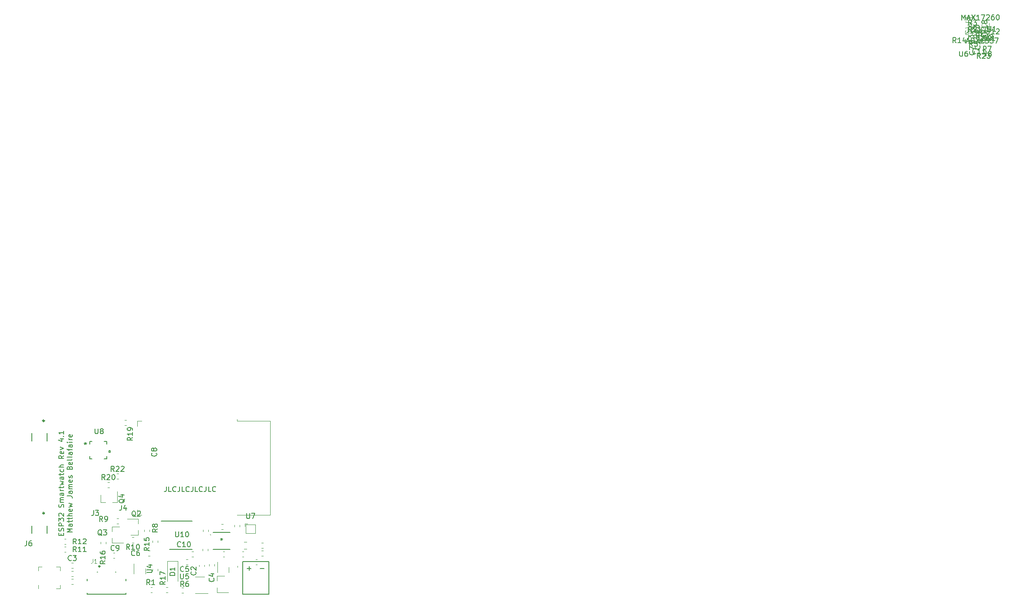
<source format=gbr>
G04 #@! TF.GenerationSoftware,KiCad,Pcbnew,(5.1.5)-3*
G04 #@! TF.CreationDate,2020-06-04T21:55:03-04:00*
G04 #@! TF.ProjectId,SmartWatch V4,536d6172-7457-4617-9463-682056342e6b,rev?*
G04 #@! TF.SameCoordinates,Original*
G04 #@! TF.FileFunction,Legend,Top*
G04 #@! TF.FilePolarity,Positive*
%FSLAX46Y46*%
G04 Gerber Fmt 4.6, Leading zero omitted, Abs format (unit mm)*
G04 Created by KiCad (PCBNEW (5.1.5)-3) date 2020-06-04 21:55:03*
%MOMM*%
%LPD*%
G04 APERTURE LIST*
%ADD10C,0.150000*%
%ADD11C,0.120000*%
%ADD12C,0.152400*%
%ADD13C,0.100000*%
%ADD14C,0.127000*%
%ADD15C,0.300000*%
%ADD16C,0.015000*%
G04 APERTURE END LIST*
D10*
X129126171Y-85531647D02*
X129126171Y-85198314D01*
X129649980Y-85055457D02*
X129649980Y-85531647D01*
X128649980Y-85531647D01*
X128649980Y-85055457D01*
X129602361Y-84674504D02*
X129649980Y-84531647D01*
X129649980Y-84293552D01*
X129602361Y-84198314D01*
X129554742Y-84150695D01*
X129459504Y-84103076D01*
X129364266Y-84103076D01*
X129269028Y-84150695D01*
X129221409Y-84198314D01*
X129173790Y-84293552D01*
X129126171Y-84484028D01*
X129078552Y-84579266D01*
X129030933Y-84626885D01*
X128935695Y-84674504D01*
X128840457Y-84674504D01*
X128745219Y-84626885D01*
X128697600Y-84579266D01*
X128649980Y-84484028D01*
X128649980Y-84245933D01*
X128697600Y-84103076D01*
X129649980Y-83674504D02*
X128649980Y-83674504D01*
X128649980Y-83293552D01*
X128697600Y-83198314D01*
X128745219Y-83150695D01*
X128840457Y-83103076D01*
X128983314Y-83103076D01*
X129078552Y-83150695D01*
X129126171Y-83198314D01*
X129173790Y-83293552D01*
X129173790Y-83674504D01*
X128649980Y-82769742D02*
X128649980Y-82150695D01*
X129030933Y-82484028D01*
X129030933Y-82341171D01*
X129078552Y-82245933D01*
X129126171Y-82198314D01*
X129221409Y-82150695D01*
X129459504Y-82150695D01*
X129554742Y-82198314D01*
X129602361Y-82245933D01*
X129649980Y-82341171D01*
X129649980Y-82626885D01*
X129602361Y-82722123D01*
X129554742Y-82769742D01*
X128745219Y-81769742D02*
X128697600Y-81722123D01*
X128649980Y-81626885D01*
X128649980Y-81388790D01*
X128697600Y-81293552D01*
X128745219Y-81245933D01*
X128840457Y-81198314D01*
X128935695Y-81198314D01*
X129078552Y-81245933D01*
X129649980Y-81817361D01*
X129649980Y-81198314D01*
X129602361Y-80055457D02*
X129649980Y-79912600D01*
X129649980Y-79674504D01*
X129602361Y-79579266D01*
X129554742Y-79531647D01*
X129459504Y-79484028D01*
X129364266Y-79484028D01*
X129269028Y-79531647D01*
X129221409Y-79579266D01*
X129173790Y-79674504D01*
X129126171Y-79864980D01*
X129078552Y-79960219D01*
X129030933Y-80007838D01*
X128935695Y-80055457D01*
X128840457Y-80055457D01*
X128745219Y-80007838D01*
X128697600Y-79960219D01*
X128649980Y-79864980D01*
X128649980Y-79626885D01*
X128697600Y-79484028D01*
X129649980Y-79055457D02*
X128983314Y-79055457D01*
X129078552Y-79055457D02*
X129030933Y-79007838D01*
X128983314Y-78912600D01*
X128983314Y-78769742D01*
X129030933Y-78674504D01*
X129126171Y-78626885D01*
X129649980Y-78626885D01*
X129126171Y-78626885D02*
X129030933Y-78579266D01*
X128983314Y-78484028D01*
X128983314Y-78341171D01*
X129030933Y-78245933D01*
X129126171Y-78198314D01*
X129649980Y-78198314D01*
X129649980Y-77293552D02*
X129126171Y-77293552D01*
X129030933Y-77341171D01*
X128983314Y-77436409D01*
X128983314Y-77626885D01*
X129030933Y-77722123D01*
X129602361Y-77293552D02*
X129649980Y-77388790D01*
X129649980Y-77626885D01*
X129602361Y-77722123D01*
X129507123Y-77769742D01*
X129411885Y-77769742D01*
X129316647Y-77722123D01*
X129269028Y-77626885D01*
X129269028Y-77388790D01*
X129221409Y-77293552D01*
X129649980Y-76817361D02*
X128983314Y-76817361D01*
X129173790Y-76817361D02*
X129078552Y-76769742D01*
X129030933Y-76722123D01*
X128983314Y-76626885D01*
X128983314Y-76531647D01*
X128983314Y-76341171D02*
X128983314Y-75960219D01*
X128649980Y-76198314D02*
X129507123Y-76198314D01*
X129602361Y-76150695D01*
X129649980Y-76055457D01*
X129649980Y-75960219D01*
X128983314Y-75722123D02*
X129649980Y-75531647D01*
X129173790Y-75341171D01*
X129649980Y-75150695D01*
X128983314Y-74960219D01*
X129649980Y-74150695D02*
X129126171Y-74150695D01*
X129030933Y-74198314D01*
X128983314Y-74293552D01*
X128983314Y-74484028D01*
X129030933Y-74579266D01*
X129602361Y-74150695D02*
X129649980Y-74245933D01*
X129649980Y-74484028D01*
X129602361Y-74579266D01*
X129507123Y-74626885D01*
X129411885Y-74626885D01*
X129316647Y-74579266D01*
X129269028Y-74484028D01*
X129269028Y-74245933D01*
X129221409Y-74150695D01*
X128983314Y-73817361D02*
X128983314Y-73436409D01*
X128649980Y-73674504D02*
X129507123Y-73674504D01*
X129602361Y-73626885D01*
X129649980Y-73531647D01*
X129649980Y-73436409D01*
X129602361Y-72674504D02*
X129649980Y-72769742D01*
X129649980Y-72960219D01*
X129602361Y-73055457D01*
X129554742Y-73103076D01*
X129459504Y-73150695D01*
X129173790Y-73150695D01*
X129078552Y-73103076D01*
X129030933Y-73055457D01*
X128983314Y-72960219D01*
X128983314Y-72769742D01*
X129030933Y-72674504D01*
X129649980Y-72245933D02*
X128649980Y-72245933D01*
X129649980Y-71817361D02*
X129126171Y-71817361D01*
X129030933Y-71864980D01*
X128983314Y-71960219D01*
X128983314Y-72103076D01*
X129030933Y-72198314D01*
X129078552Y-72245933D01*
X129649980Y-70007838D02*
X129173790Y-70341171D01*
X129649980Y-70579266D02*
X128649980Y-70579266D01*
X128649980Y-70198314D01*
X128697600Y-70103076D01*
X128745219Y-70055457D01*
X128840457Y-70007838D01*
X128983314Y-70007838D01*
X129078552Y-70055457D01*
X129126171Y-70103076D01*
X129173790Y-70198314D01*
X129173790Y-70579266D01*
X129602361Y-69198314D02*
X129649980Y-69293552D01*
X129649980Y-69484028D01*
X129602361Y-69579266D01*
X129507123Y-69626885D01*
X129126171Y-69626885D01*
X129030933Y-69579266D01*
X128983314Y-69484028D01*
X128983314Y-69293552D01*
X129030933Y-69198314D01*
X129126171Y-69150695D01*
X129221409Y-69150695D01*
X129316647Y-69626885D01*
X128983314Y-68817361D02*
X129649980Y-68579266D01*
X128983314Y-68341171D01*
X128983314Y-66769742D02*
X129649980Y-66769742D01*
X128602361Y-67007838D02*
X129316647Y-67245933D01*
X129316647Y-66626885D01*
X129554742Y-66245933D02*
X129602361Y-66198314D01*
X129649980Y-66245933D01*
X129602361Y-66293552D01*
X129554742Y-66245933D01*
X129649980Y-66245933D01*
X129649980Y-65245933D02*
X129649980Y-65817361D01*
X129649980Y-65531647D02*
X128649980Y-65531647D01*
X128792838Y-65626885D01*
X128888076Y-65722123D01*
X128935695Y-65817361D01*
X131299980Y-84888790D02*
X130299980Y-84888790D01*
X131014266Y-84555457D01*
X130299980Y-84222123D01*
X131299980Y-84222123D01*
X131299980Y-83317361D02*
X130776171Y-83317361D01*
X130680933Y-83364980D01*
X130633314Y-83460219D01*
X130633314Y-83650695D01*
X130680933Y-83745933D01*
X131252361Y-83317361D02*
X131299980Y-83412600D01*
X131299980Y-83650695D01*
X131252361Y-83745933D01*
X131157123Y-83793552D01*
X131061885Y-83793552D01*
X130966647Y-83745933D01*
X130919028Y-83650695D01*
X130919028Y-83412600D01*
X130871409Y-83317361D01*
X130633314Y-82984028D02*
X130633314Y-82603076D01*
X130299980Y-82841171D02*
X131157123Y-82841171D01*
X131252361Y-82793552D01*
X131299980Y-82698314D01*
X131299980Y-82603076D01*
X130633314Y-82412600D02*
X130633314Y-82031647D01*
X130299980Y-82269742D02*
X131157123Y-82269742D01*
X131252361Y-82222123D01*
X131299980Y-82126885D01*
X131299980Y-82031647D01*
X131299980Y-81698314D02*
X130299980Y-81698314D01*
X131299980Y-81269742D02*
X130776171Y-81269742D01*
X130680933Y-81317361D01*
X130633314Y-81412600D01*
X130633314Y-81555457D01*
X130680933Y-81650695D01*
X130728552Y-81698314D01*
X131252361Y-80412600D02*
X131299980Y-80507838D01*
X131299980Y-80698314D01*
X131252361Y-80793552D01*
X131157123Y-80841171D01*
X130776171Y-80841171D01*
X130680933Y-80793552D01*
X130633314Y-80698314D01*
X130633314Y-80507838D01*
X130680933Y-80412600D01*
X130776171Y-80364980D01*
X130871409Y-80364980D01*
X130966647Y-80841171D01*
X130633314Y-80031647D02*
X131299980Y-79841171D01*
X130823790Y-79650695D01*
X131299980Y-79460219D01*
X130633314Y-79269742D01*
X130299980Y-77841171D02*
X131014266Y-77841171D01*
X131157123Y-77888790D01*
X131252361Y-77984028D01*
X131299980Y-78126885D01*
X131299980Y-78222123D01*
X131299980Y-76936409D02*
X130776171Y-76936409D01*
X130680933Y-76984028D01*
X130633314Y-77079266D01*
X130633314Y-77269742D01*
X130680933Y-77364980D01*
X131252361Y-76936409D02*
X131299980Y-77031647D01*
X131299980Y-77269742D01*
X131252361Y-77364980D01*
X131157123Y-77412600D01*
X131061885Y-77412600D01*
X130966647Y-77364980D01*
X130919028Y-77269742D01*
X130919028Y-77031647D01*
X130871409Y-76936409D01*
X131299980Y-76460219D02*
X130633314Y-76460219D01*
X130728552Y-76460219D02*
X130680933Y-76412600D01*
X130633314Y-76317361D01*
X130633314Y-76174504D01*
X130680933Y-76079266D01*
X130776171Y-76031647D01*
X131299980Y-76031647D01*
X130776171Y-76031647D02*
X130680933Y-75984028D01*
X130633314Y-75888790D01*
X130633314Y-75745933D01*
X130680933Y-75650695D01*
X130776171Y-75603076D01*
X131299980Y-75603076D01*
X131252361Y-74745933D02*
X131299980Y-74841171D01*
X131299980Y-75031647D01*
X131252361Y-75126885D01*
X131157123Y-75174504D01*
X130776171Y-75174504D01*
X130680933Y-75126885D01*
X130633314Y-75031647D01*
X130633314Y-74841171D01*
X130680933Y-74745933D01*
X130776171Y-74698314D01*
X130871409Y-74698314D01*
X130966647Y-75174504D01*
X131252361Y-74317361D02*
X131299980Y-74222123D01*
X131299980Y-74031647D01*
X131252361Y-73936409D01*
X131157123Y-73888790D01*
X131109504Y-73888790D01*
X131014266Y-73936409D01*
X130966647Y-74031647D01*
X130966647Y-74174504D01*
X130919028Y-74269742D01*
X130823790Y-74317361D01*
X130776171Y-74317361D01*
X130680933Y-74269742D01*
X130633314Y-74174504D01*
X130633314Y-74031647D01*
X130680933Y-73936409D01*
X130776171Y-72364980D02*
X130823790Y-72222123D01*
X130871409Y-72174504D01*
X130966647Y-72126885D01*
X131109504Y-72126885D01*
X131204742Y-72174504D01*
X131252361Y-72222123D01*
X131299980Y-72317361D01*
X131299980Y-72698314D01*
X130299980Y-72698314D01*
X130299980Y-72364980D01*
X130347600Y-72269742D01*
X130395219Y-72222123D01*
X130490457Y-72174504D01*
X130585695Y-72174504D01*
X130680933Y-72222123D01*
X130728552Y-72269742D01*
X130776171Y-72364980D01*
X130776171Y-72698314D01*
X131252361Y-71317361D02*
X131299980Y-71412600D01*
X131299980Y-71603076D01*
X131252361Y-71698314D01*
X131157123Y-71745933D01*
X130776171Y-71745933D01*
X130680933Y-71698314D01*
X130633314Y-71603076D01*
X130633314Y-71412600D01*
X130680933Y-71317361D01*
X130776171Y-71269742D01*
X130871409Y-71269742D01*
X130966647Y-71745933D01*
X131299980Y-70698314D02*
X131252361Y-70793552D01*
X131157123Y-70841171D01*
X130299980Y-70841171D01*
X131299980Y-70174504D02*
X131252361Y-70269742D01*
X131157123Y-70317361D01*
X130299980Y-70317361D01*
X131299980Y-69364980D02*
X130776171Y-69364980D01*
X130680933Y-69412600D01*
X130633314Y-69507838D01*
X130633314Y-69698314D01*
X130680933Y-69793552D01*
X131252361Y-69364980D02*
X131299980Y-69460219D01*
X131299980Y-69698314D01*
X131252361Y-69793552D01*
X131157123Y-69841171D01*
X131061885Y-69841171D01*
X130966647Y-69793552D01*
X130919028Y-69698314D01*
X130919028Y-69460219D01*
X130871409Y-69364980D01*
X130633314Y-69031647D02*
X130633314Y-68650695D01*
X131299980Y-68888790D02*
X130442838Y-68888790D01*
X130347600Y-68841171D01*
X130299980Y-68745933D01*
X130299980Y-68650695D01*
X131299980Y-67888790D02*
X130776171Y-67888790D01*
X130680933Y-67936409D01*
X130633314Y-68031647D01*
X130633314Y-68222123D01*
X130680933Y-68317361D01*
X131252361Y-67888790D02*
X131299980Y-67984028D01*
X131299980Y-68222123D01*
X131252361Y-68317361D01*
X131157123Y-68364980D01*
X131061885Y-68364980D01*
X130966647Y-68317361D01*
X130919028Y-68222123D01*
X130919028Y-67984028D01*
X130871409Y-67888790D01*
X131299980Y-67412600D02*
X130633314Y-67412600D01*
X130299980Y-67412600D02*
X130347600Y-67460219D01*
X130395219Y-67412600D01*
X130347600Y-67364980D01*
X130299980Y-67412600D01*
X130395219Y-67412600D01*
X131299980Y-66936409D02*
X130633314Y-66936409D01*
X130823790Y-66936409D02*
X130728552Y-66888790D01*
X130680933Y-66841171D01*
X130633314Y-66745933D01*
X130633314Y-66650695D01*
X131252361Y-65936409D02*
X131299980Y-66031647D01*
X131299980Y-66222123D01*
X131252361Y-66317361D01*
X131157123Y-66364980D01*
X130776171Y-66364980D01*
X130680933Y-66317361D01*
X130633314Y-66222123D01*
X130633314Y-66031647D01*
X130680933Y-65936409D01*
X130776171Y-65888790D01*
X130871409Y-65888790D01*
X130966647Y-66364980D01*
X149584352Y-76007980D02*
X149584352Y-76722266D01*
X149536733Y-76865123D01*
X149441495Y-76960361D01*
X149298638Y-77007980D01*
X149203400Y-77007980D01*
X150536733Y-77007980D02*
X150060542Y-77007980D01*
X150060542Y-76007980D01*
X151441495Y-76912742D02*
X151393876Y-76960361D01*
X151251019Y-77007980D01*
X151155780Y-77007980D01*
X151012923Y-76960361D01*
X150917685Y-76865123D01*
X150870066Y-76769885D01*
X150822447Y-76579409D01*
X150822447Y-76436552D01*
X150870066Y-76246076D01*
X150917685Y-76150838D01*
X151012923Y-76055600D01*
X151155780Y-76007980D01*
X151251019Y-76007980D01*
X151393876Y-76055600D01*
X151441495Y-76103219D01*
X152155780Y-76007980D02*
X152155780Y-76722266D01*
X152108161Y-76865123D01*
X152012923Y-76960361D01*
X151870066Y-77007980D01*
X151774828Y-77007980D01*
X153108161Y-77007980D02*
X152631971Y-77007980D01*
X152631971Y-76007980D01*
X154012923Y-76912742D02*
X153965304Y-76960361D01*
X153822447Y-77007980D01*
X153727209Y-77007980D01*
X153584352Y-76960361D01*
X153489114Y-76865123D01*
X153441495Y-76769885D01*
X153393876Y-76579409D01*
X153393876Y-76436552D01*
X153441495Y-76246076D01*
X153489114Y-76150838D01*
X153584352Y-76055600D01*
X153727209Y-76007980D01*
X153822447Y-76007980D01*
X153965304Y-76055600D01*
X154012923Y-76103219D01*
X154727209Y-76007980D02*
X154727209Y-76722266D01*
X154679590Y-76865123D01*
X154584352Y-76960361D01*
X154441495Y-77007980D01*
X154346257Y-77007980D01*
X155679590Y-77007980D02*
X155203400Y-77007980D01*
X155203400Y-76007980D01*
X156584352Y-76912742D02*
X156536733Y-76960361D01*
X156393876Y-77007980D01*
X156298638Y-77007980D01*
X156155780Y-76960361D01*
X156060542Y-76865123D01*
X156012923Y-76769885D01*
X155965304Y-76579409D01*
X155965304Y-76436552D01*
X156012923Y-76246076D01*
X156060542Y-76150838D01*
X156155780Y-76055600D01*
X156298638Y-76007980D01*
X156393876Y-76007980D01*
X156536733Y-76055600D01*
X156584352Y-76103219D01*
X157298638Y-76007980D02*
X157298638Y-76722266D01*
X157251019Y-76865123D01*
X157155780Y-76960361D01*
X157012923Y-77007980D01*
X156917685Y-77007980D01*
X158251019Y-77007980D02*
X157774828Y-77007980D01*
X157774828Y-76007980D01*
X159155780Y-76912742D02*
X159108161Y-76960361D01*
X158965304Y-77007980D01*
X158870066Y-77007980D01*
X158727209Y-76960361D01*
X158631971Y-76865123D01*
X158584352Y-76769885D01*
X158536733Y-76579409D01*
X158536733Y-76436552D01*
X158584352Y-76246076D01*
X158631971Y-76150838D01*
X158727209Y-76055600D01*
X158870066Y-76007980D01*
X158965304Y-76007980D01*
X159108161Y-76055600D01*
X159155780Y-76103219D01*
D11*
X139937221Y-74560000D02*
X140262779Y-74560000D01*
X139937221Y-73540000D02*
X140262779Y-73540000D01*
D12*
X138458200Y-69009499D02*
X138712200Y-69009499D01*
X138458200Y-69390500D02*
X138458200Y-69009499D01*
X138712200Y-69390500D02*
X138458200Y-69390500D01*
X138712200Y-69009499D02*
X138712200Y-69390500D01*
X135165659Y-67273600D02*
X134673600Y-67273600D01*
X138026400Y-67765659D02*
X138026400Y-67273600D01*
X137534341Y-70626400D02*
X138026400Y-70626400D01*
X134673600Y-70134341D02*
X134673600Y-70626400D01*
X134673600Y-67273600D02*
X134673600Y-67765659D01*
X138026400Y-67273600D02*
X137534341Y-67273600D01*
X138026400Y-70626400D02*
X138026400Y-70134341D01*
X134673600Y-70626400D02*
X135165659Y-70626400D01*
D13*
X164810000Y-83240000D02*
X164810000Y-83740000D01*
X166910000Y-83440000D02*
X166910000Y-85140000D01*
X165010000Y-85140000D02*
X166910000Y-85140000D01*
X165010000Y-83440000D02*
X166910000Y-83440000D01*
X165010000Y-83440000D02*
X165010000Y-85140000D01*
X164810000Y-83240000D02*
X165310000Y-83240000D01*
D12*
X158201042Y-85430749D02*
G75*
G03X158144200Y-85303800I-56842J50749D01*
G01*
X161976400Y-84903600D02*
X158623600Y-84903600D01*
X158623600Y-88256400D02*
X161976400Y-88256400D01*
D11*
X143290000Y-91000000D02*
X143290000Y-93000000D01*
X145510000Y-92000000D02*
X145510000Y-93000000D01*
X138149721Y-76180000D02*
X138475279Y-76180000D01*
X138149721Y-75160000D02*
X138475279Y-75160000D01*
X136840000Y-79120000D02*
X136840000Y-77660000D01*
X140000000Y-79120000D02*
X140000000Y-76960000D01*
X140000000Y-79120000D02*
X139070000Y-79120000D01*
X136840000Y-79120000D02*
X137770000Y-79120000D01*
X165183078Y-86767600D02*
X164665922Y-86767600D01*
X165183078Y-88187600D02*
X164665922Y-88187600D01*
X164302121Y-89689400D02*
X164627679Y-89689400D01*
X164302121Y-88669400D02*
X164627679Y-88669400D01*
X131455279Y-92454000D02*
X131129721Y-92454000D01*
X131455279Y-93474000D02*
X131129721Y-93474000D01*
X131455279Y-93978000D02*
X131129721Y-93978000D01*
X131455279Y-94998000D02*
X131129721Y-94998000D01*
X124686800Y-95161800D02*
X124686800Y-95886800D01*
X128906800Y-91666800D02*
X128181800Y-91666800D01*
X128906800Y-92391800D02*
X128906800Y-91666800D01*
X128906800Y-95886800D02*
X128181800Y-95886800D01*
X128906800Y-95161800D02*
X128906800Y-95886800D01*
X124686800Y-91666800D02*
X125411800Y-91666800D01*
X124686800Y-92391800D02*
X124686800Y-91666800D01*
D10*
X148625000Y-82750000D02*
X154600000Y-82750000D01*
X150200000Y-88275000D02*
X154600000Y-88275000D01*
D11*
X163295000Y-63280000D02*
X163295000Y-62900000D01*
X169715000Y-63280000D02*
X163295000Y-63280000D01*
X169715000Y-81520000D02*
X163295000Y-81520000D01*
X169715000Y-63280000D02*
X169715000Y-81520000D01*
X143970000Y-81520000D02*
X143970000Y-80520000D01*
X144750000Y-81520000D02*
X143970000Y-81520000D01*
X143970000Y-63280000D02*
X143970000Y-64280000D01*
X144750000Y-63280000D02*
X143970000Y-63280000D01*
X155200000Y-96760000D02*
X157650000Y-96760000D01*
X157000000Y-93540000D02*
X155200000Y-93540000D01*
X161710000Y-91700000D02*
X161710000Y-92700000D01*
X159490000Y-90700000D02*
X159490000Y-92700000D01*
D14*
X126375000Y-83666000D02*
X126375000Y-85134000D01*
X123475000Y-85134000D02*
X123475000Y-83666000D01*
D15*
X125866419Y-81200000D02*
G75*
G03X125866419Y-81200000I-141419J0D01*
G01*
D14*
X126375000Y-65666000D02*
X126375000Y-67134000D01*
X123475000Y-67134000D02*
X123475000Y-65666000D01*
D15*
X125866419Y-63200000D02*
G75*
G03X125866419Y-63200000I-141419J0D01*
G01*
D11*
X157660000Y-88462779D02*
X157660000Y-88137221D01*
X156640000Y-88462779D02*
X156640000Y-88137221D01*
X141775279Y-63090000D02*
X141449721Y-63090000D01*
X141775279Y-64110000D02*
X141449721Y-64110000D01*
X162812000Y-83530121D02*
X162812000Y-83855679D01*
X163832000Y-83530121D02*
X163832000Y-83855679D01*
X149549721Y-96610000D02*
X149875279Y-96610000D01*
X149549721Y-95590000D02*
X149875279Y-95590000D01*
X137810000Y-87150279D02*
X137810000Y-86824721D01*
X136790000Y-87150279D02*
X136790000Y-86824721D01*
X146310000Y-84750279D02*
X146310000Y-84424721D01*
X145290000Y-84750279D02*
X145290000Y-84424721D01*
X160263521Y-84380800D02*
X160589079Y-84380800D01*
X160263521Y-83360800D02*
X160589079Y-83360800D01*
X156716000Y-84424721D02*
X156716000Y-84750279D01*
X157736000Y-84424721D02*
X157736000Y-84750279D01*
X130083879Y-86205600D02*
X129758321Y-86205600D01*
X130083879Y-87225600D02*
X129758321Y-87225600D01*
X130083879Y-87729600D02*
X129758321Y-87729600D01*
X130083879Y-88749600D02*
X129758321Y-88749600D01*
X142889921Y-86930960D02*
X143215479Y-86930960D01*
X142889921Y-85910960D02*
X143215479Y-85910960D01*
X140312779Y-82190000D02*
X139987221Y-82190000D01*
X140312779Y-83210000D02*
X139987221Y-83210000D01*
X146890000Y-86537221D02*
X146890000Y-86862779D01*
X147910000Y-86537221D02*
X147910000Y-86862779D01*
X160899479Y-88690000D02*
X160573921Y-88690000D01*
X160899479Y-89710000D02*
X160573921Y-89710000D01*
X152872559Y-95720440D02*
X152547001Y-95720440D01*
X152872559Y-96740440D02*
X152547001Y-96740440D01*
X168412279Y-88517000D02*
X168086721Y-88517000D01*
X168412279Y-89537000D02*
X168086721Y-89537000D01*
X168086721Y-88013000D02*
X168412279Y-88013000D01*
X168086721Y-86993000D02*
X168412279Y-86993000D01*
X146850279Y-95590000D02*
X146524721Y-95590000D01*
X146850279Y-96610000D02*
X146524721Y-96610000D01*
X139040000Y-83830000D02*
X140500000Y-83830000D01*
X139040000Y-86990000D02*
X141200000Y-86990000D01*
X139040000Y-86990000D02*
X139040000Y-86060000D01*
X139040000Y-83830000D02*
X139040000Y-84760000D01*
X144121920Y-85481320D02*
X142661920Y-85481320D01*
X144121920Y-82321320D02*
X141961920Y-82321320D01*
X144121920Y-82321320D02*
X144121920Y-83251320D01*
X144121920Y-85481320D02*
X144121920Y-84551320D01*
X159440000Y-93420000D02*
X160900000Y-93420000D01*
X159440000Y-96580000D02*
X161600000Y-96580000D01*
X159440000Y-96580000D02*
X159440000Y-95650000D01*
X159440000Y-93420000D02*
X159440000Y-94350000D01*
D10*
X169470000Y-96940000D02*
X164390000Y-96940000D01*
X164390000Y-96940000D02*
X164390000Y-90590000D01*
X164390000Y-90590000D02*
X169470000Y-90590000D01*
X169470000Y-90590000D02*
X169470000Y-96940000D01*
D14*
X134221600Y-93979000D02*
X134221600Y-94329000D01*
X141721600Y-93979000D02*
X141721600Y-94329000D01*
X134221600Y-96679000D02*
X134221600Y-96954000D01*
X134221600Y-96954000D02*
X141721600Y-96954000D01*
X141721600Y-96954000D02*
X141721600Y-96679000D01*
X136141600Y-92604000D02*
X136251600Y-92604000D01*
X139691600Y-92604000D02*
X139801600Y-92604000D01*
D15*
X136671600Y-91529000D02*
G75*
G03X136671600Y-91529000I-100000J0D01*
G01*
D11*
X151800000Y-90500000D02*
X151800000Y-94400000D01*
X149800000Y-90500000D02*
X149800000Y-94400000D01*
X151800000Y-90500000D02*
X149800000Y-90500000D01*
X154812779Y-88644000D02*
X154487221Y-88644000D01*
X154812779Y-89664000D02*
X154487221Y-89664000D01*
X139562779Y-88890000D02*
X139237221Y-88890000D01*
X139562779Y-89910000D02*
X139237221Y-89910000D01*
X147906200Y-92415479D02*
X147906200Y-92089921D01*
X146886200Y-92415479D02*
X146886200Y-92089921D01*
X166924721Y-91210000D02*
X167250279Y-91210000D01*
X166924721Y-90190000D02*
X167250279Y-90190000D01*
X146037221Y-89510000D02*
X146362779Y-89510000D01*
X146037221Y-88490000D02*
X146362779Y-88490000D01*
X153759279Y-90168000D02*
X153433721Y-90168000D01*
X153759279Y-91188000D02*
X153433721Y-91188000D01*
X158910000Y-91450279D02*
X158910000Y-91124721D01*
X157890000Y-91450279D02*
X157890000Y-91124721D01*
X131129921Y-91899200D02*
X131455479Y-91899200D01*
X131129921Y-90879200D02*
X131455479Y-90879200D01*
X156974000Y-91577279D02*
X156974000Y-91251721D01*
X155954000Y-91577279D02*
X155954000Y-91251721D01*
X164410000Y-91750279D02*
X164410000Y-91424721D01*
X163390000Y-91750279D02*
X163390000Y-91424721D01*
D10*
X139457142Y-73072380D02*
X139123809Y-72596190D01*
X138885714Y-73072380D02*
X138885714Y-72072380D01*
X139266666Y-72072380D01*
X139361904Y-72120000D01*
X139409523Y-72167619D01*
X139457142Y-72262857D01*
X139457142Y-72405714D01*
X139409523Y-72500952D01*
X139361904Y-72548571D01*
X139266666Y-72596190D01*
X138885714Y-72596190D01*
X139838095Y-72167619D02*
X139885714Y-72120000D01*
X139980952Y-72072380D01*
X140219047Y-72072380D01*
X140314285Y-72120000D01*
X140361904Y-72167619D01*
X140409523Y-72262857D01*
X140409523Y-72358095D01*
X140361904Y-72500952D01*
X139790476Y-73072380D01*
X140409523Y-73072380D01*
X140790476Y-72167619D02*
X140838095Y-72120000D01*
X140933333Y-72072380D01*
X141171428Y-72072380D01*
X141266666Y-72120000D01*
X141314285Y-72167619D01*
X141361904Y-72262857D01*
X141361904Y-72358095D01*
X141314285Y-72500952D01*
X140742857Y-73072380D01*
X141361904Y-73072380D01*
X135738095Y-64752380D02*
X135738095Y-65561904D01*
X135785714Y-65657142D01*
X135833333Y-65704761D01*
X135928571Y-65752380D01*
X136119047Y-65752380D01*
X136214285Y-65704761D01*
X136261904Y-65657142D01*
X136309523Y-65561904D01*
X136309523Y-64752380D01*
X136928571Y-65180952D02*
X136833333Y-65133333D01*
X136785714Y-65085714D01*
X136738095Y-64990476D01*
X136738095Y-64942857D01*
X136785714Y-64847619D01*
X136833333Y-64800000D01*
X136928571Y-64752380D01*
X137119047Y-64752380D01*
X137214285Y-64800000D01*
X137261904Y-64847619D01*
X137309523Y-64942857D01*
X137309523Y-64990476D01*
X137261904Y-65085714D01*
X137214285Y-65133333D01*
X137119047Y-65180952D01*
X136928571Y-65180952D01*
X136833333Y-65228571D01*
X136785714Y-65276190D01*
X136738095Y-65371428D01*
X136738095Y-65561904D01*
X136785714Y-65657142D01*
X136833333Y-65704761D01*
X136928571Y-65752380D01*
X137119047Y-65752380D01*
X137214285Y-65704761D01*
X137261904Y-65657142D01*
X137309523Y-65561904D01*
X137309523Y-65371428D01*
X137261904Y-65276190D01*
X137214285Y-65228571D01*
X137119047Y-65180952D01*
X305102380Y10533333D02*
X305578571Y10533333D01*
X305007142Y10247619D02*
X305340476Y11247619D01*
X305673809Y10247619D01*
X306007142Y10247619D02*
X306007142Y11247619D01*
X306245238Y11247619D01*
X306388095Y11200000D01*
X306483333Y11104761D01*
X306530952Y11009523D01*
X306578571Y10819047D01*
X306578571Y10676190D01*
X306530952Y10485714D01*
X306483333Y10390476D01*
X306388095Y10295238D01*
X306245238Y10247619D01*
X306007142Y10247619D01*
X306911904Y11247619D02*
X307578571Y10247619D01*
X307578571Y11247619D02*
X306911904Y10247619D01*
X308435714Y10247619D02*
X307959523Y10247619D01*
X307959523Y11247619D01*
X308673809Y11247619D02*
X309292857Y11247619D01*
X308959523Y10866666D01*
X309102380Y10866666D01*
X309197619Y10819047D01*
X309245238Y10771428D01*
X309292857Y10676190D01*
X309292857Y10438095D01*
X309245238Y10342857D01*
X309197619Y10295238D01*
X309102380Y10247619D01*
X308816666Y10247619D01*
X308721428Y10295238D01*
X308673809Y10342857D01*
X309626190Y11247619D02*
X310245238Y11247619D01*
X309911904Y10866666D01*
X310054761Y10866666D01*
X310150000Y10819047D01*
X310197619Y10771428D01*
X310245238Y10676190D01*
X310245238Y10438095D01*
X310197619Y10342857D01*
X310150000Y10295238D01*
X310054761Y10247619D01*
X309769047Y10247619D01*
X309673809Y10295238D01*
X309626190Y10342857D01*
X310578571Y11247619D02*
X311245238Y11247619D01*
X310816666Y10247619D01*
X306400000Y13397619D02*
X306400000Y13159523D01*
X306161904Y13254761D02*
X306400000Y13159523D01*
X306638095Y13254761D01*
X306257142Y12969047D02*
X306400000Y13159523D01*
X306542857Y12969047D01*
X133860800Y-67402380D02*
X133860800Y-67640476D01*
X133622704Y-67545238D02*
X133860800Y-67640476D01*
X134098895Y-67545238D01*
X133717942Y-67830952D02*
X133860800Y-67640476D01*
X134003657Y-67830952D01*
X165198095Y-81242380D02*
X165198095Y-82051904D01*
X165245714Y-82147142D01*
X165293333Y-82194761D01*
X165388571Y-82242380D01*
X165579047Y-82242380D01*
X165674285Y-82194761D01*
X165721904Y-82147142D01*
X165769523Y-82051904D01*
X165769523Y-81242380D01*
X166150476Y-81242380D02*
X166817142Y-81242380D01*
X166388571Y-82242380D01*
X309188095Y13497619D02*
X309188095Y12688095D01*
X309235714Y12592857D01*
X309283333Y12545238D01*
X309378571Y12497619D01*
X309569047Y12497619D01*
X309664285Y12545238D01*
X309711904Y12592857D01*
X309759523Y12688095D01*
X309759523Y13497619D01*
X310759523Y12497619D02*
X310188095Y12497619D01*
X310473809Y12497619D02*
X310473809Y13497619D01*
X310378571Y13354761D01*
X310283333Y13259523D01*
X310188095Y13211904D01*
X304130952Y14747619D02*
X304130952Y15747619D01*
X304464285Y15033333D01*
X304797619Y15747619D01*
X304797619Y14747619D01*
X305226190Y15033333D02*
X305702380Y15033333D01*
X305130952Y14747619D02*
X305464285Y15747619D01*
X305797619Y14747619D01*
X306035714Y15747619D02*
X306702380Y14747619D01*
X306702380Y15747619D02*
X306035714Y14747619D01*
X307607142Y14747619D02*
X307035714Y14747619D01*
X307321428Y14747619D02*
X307321428Y15747619D01*
X307226190Y15604761D01*
X307130952Y15509523D01*
X307035714Y15461904D01*
X307940476Y15747619D02*
X308607142Y15747619D01*
X308178571Y14747619D01*
X308940476Y15652380D02*
X308988095Y15700000D01*
X309083333Y15747619D01*
X309321428Y15747619D01*
X309416666Y15700000D01*
X309464285Y15652380D01*
X309511904Y15557142D01*
X309511904Y15461904D01*
X309464285Y15319047D01*
X308892857Y14747619D01*
X309511904Y14747619D01*
X310369047Y15747619D02*
X310178571Y15747619D01*
X310083333Y15700000D01*
X310035714Y15652380D01*
X309940476Y15509523D01*
X309892857Y15319047D01*
X309892857Y14938095D01*
X309940476Y14842857D01*
X309988095Y14795238D01*
X310083333Y14747619D01*
X310273809Y14747619D01*
X310369047Y14795238D01*
X310416666Y14842857D01*
X310464285Y14938095D01*
X310464285Y15176190D01*
X310416666Y15271428D01*
X310369047Y15319047D01*
X310273809Y15366666D01*
X310083333Y15366666D01*
X309988095Y15319047D01*
X309940476Y15271428D01*
X309892857Y15176190D01*
X311083333Y15747619D02*
X311178571Y15747619D01*
X311273809Y15700000D01*
X311321428Y15652380D01*
X311369047Y15557142D01*
X311416666Y15366666D01*
X311416666Y15128571D01*
X311369047Y14938095D01*
X311321428Y14842857D01*
X311273809Y14795238D01*
X311178571Y14747619D01*
X311083333Y14747619D01*
X310988095Y14795238D01*
X310940476Y14842857D01*
X310892857Y14938095D01*
X310845238Y15128571D01*
X310845238Y15366666D01*
X310892857Y15557142D01*
X310940476Y15652380D01*
X310988095Y15700000D01*
X311083333Y15747619D01*
X160300000Y-86032380D02*
X160300000Y-86270476D01*
X160061904Y-86175238D02*
X160300000Y-86270476D01*
X160538095Y-86175238D01*
X160157142Y-86460952D02*
X160300000Y-86270476D01*
X160442857Y-86460952D01*
X145802380Y-92761904D02*
X146611904Y-92761904D01*
X146707142Y-92714285D01*
X146754761Y-92666666D01*
X146802380Y-92571428D01*
X146802380Y-92380952D01*
X146754761Y-92285714D01*
X146707142Y-92238095D01*
X146611904Y-92190476D01*
X145802380Y-92190476D01*
X146135714Y-91285714D02*
X146802380Y-91285714D01*
X145754761Y-91523809D02*
X146469047Y-91761904D01*
X146469047Y-91142857D01*
X137669642Y-74692380D02*
X137336309Y-74216190D01*
X137098214Y-74692380D02*
X137098214Y-73692380D01*
X137479166Y-73692380D01*
X137574404Y-73740000D01*
X137622023Y-73787619D01*
X137669642Y-73882857D01*
X137669642Y-74025714D01*
X137622023Y-74120952D01*
X137574404Y-74168571D01*
X137479166Y-74216190D01*
X137098214Y-74216190D01*
X138050595Y-73787619D02*
X138098214Y-73740000D01*
X138193452Y-73692380D01*
X138431547Y-73692380D01*
X138526785Y-73740000D01*
X138574404Y-73787619D01*
X138622023Y-73882857D01*
X138622023Y-73978095D01*
X138574404Y-74120952D01*
X138002976Y-74692380D01*
X138622023Y-74692380D01*
X139241071Y-73692380D02*
X139336309Y-73692380D01*
X139431547Y-73740000D01*
X139479166Y-73787619D01*
X139526785Y-73882857D01*
X139574404Y-74073333D01*
X139574404Y-74311428D01*
X139526785Y-74501904D01*
X139479166Y-74597142D01*
X139431547Y-74644761D01*
X139336309Y-74692380D01*
X139241071Y-74692380D01*
X139145833Y-74644761D01*
X139098214Y-74597142D01*
X139050595Y-74501904D01*
X139002976Y-74311428D01*
X139002976Y-74073333D01*
X139050595Y-73882857D01*
X139098214Y-73787619D01*
X139145833Y-73740000D01*
X139241071Y-73692380D01*
X141467619Y-78455238D02*
X141420000Y-78550476D01*
X141324761Y-78645714D01*
X141181904Y-78788571D01*
X141134285Y-78883809D01*
X141134285Y-78979047D01*
X141372380Y-78931428D02*
X141324761Y-79026666D01*
X141229523Y-79121904D01*
X141039047Y-79169523D01*
X140705714Y-79169523D01*
X140515238Y-79121904D01*
X140420000Y-79026666D01*
X140372380Y-78931428D01*
X140372380Y-78740952D01*
X140420000Y-78645714D01*
X140515238Y-78550476D01*
X140705714Y-78502857D01*
X141039047Y-78502857D01*
X141229523Y-78550476D01*
X141324761Y-78645714D01*
X141372380Y-78740952D01*
X141372380Y-78931428D01*
X140705714Y-77645714D02*
X141372380Y-77645714D01*
X140324761Y-77883809D02*
X141039047Y-78121904D01*
X141039047Y-77502857D01*
X307757142Y7297619D02*
X307423809Y7773809D01*
X307185714Y7297619D02*
X307185714Y8297619D01*
X307566666Y8297619D01*
X307661904Y8250000D01*
X307709523Y8202380D01*
X307757142Y8107142D01*
X307757142Y7964285D01*
X307709523Y7869047D01*
X307661904Y7821428D01*
X307566666Y7773809D01*
X307185714Y7773809D01*
X308138095Y8202380D02*
X308185714Y8250000D01*
X308280952Y8297619D01*
X308519047Y8297619D01*
X308614285Y8250000D01*
X308661904Y8202380D01*
X308709523Y8107142D01*
X308709523Y8011904D01*
X308661904Y7869047D01*
X308090476Y7297619D01*
X308709523Y7297619D01*
X309042857Y8297619D02*
X309661904Y8297619D01*
X309328571Y7916666D01*
X309471428Y7916666D01*
X309566666Y7869047D01*
X309614285Y7821428D01*
X309661904Y7726190D01*
X309661904Y7488095D01*
X309614285Y7392857D01*
X309566666Y7345238D01*
X309471428Y7297619D01*
X309185714Y7297619D01*
X309090476Y7345238D01*
X309042857Y7392857D01*
X306857142Y8242857D02*
X306809523Y8195238D01*
X306666666Y8147619D01*
X306571428Y8147619D01*
X306428571Y8195238D01*
X306333333Y8290476D01*
X306285714Y8385714D01*
X306238095Y8576190D01*
X306238095Y8719047D01*
X306285714Y8909523D01*
X306333333Y9004761D01*
X306428571Y9100000D01*
X306571428Y9147619D01*
X306666666Y9147619D01*
X306809523Y9100000D01*
X306857142Y9052380D01*
X307809523Y8147619D02*
X307238095Y8147619D01*
X307523809Y8147619D02*
X307523809Y9147619D01*
X307428571Y9004761D01*
X307333333Y8909523D01*
X307238095Y8861904D01*
X308761904Y8147619D02*
X308190476Y8147619D01*
X308476190Y8147619D02*
X308476190Y9147619D01*
X308380952Y9004761D01*
X308285714Y8909523D01*
X308190476Y8861904D01*
X308833333Y10697619D02*
X308500000Y11173809D01*
X308261904Y10697619D02*
X308261904Y11697619D01*
X308642857Y11697619D01*
X308738095Y11650000D01*
X308785714Y11602380D01*
X308833333Y11507142D01*
X308833333Y11364285D01*
X308785714Y11269047D01*
X308738095Y11221428D01*
X308642857Y11173809D01*
X308261904Y11173809D01*
X309214285Y11602380D02*
X309261904Y11650000D01*
X309357142Y11697619D01*
X309595238Y11697619D01*
X309690476Y11650000D01*
X309738095Y11602380D01*
X309785714Y11507142D01*
X309785714Y11411904D01*
X309738095Y11269047D01*
X309166666Y10697619D01*
X309785714Y10697619D01*
X306033333Y13697619D02*
X305700000Y14173809D01*
X305461904Y13697619D02*
X305461904Y14697619D01*
X305842857Y14697619D01*
X305938095Y14650000D01*
X305985714Y14602380D01*
X306033333Y14507142D01*
X306033333Y14364285D01*
X305985714Y14269047D01*
X305938095Y14221428D01*
X305842857Y14173809D01*
X305461904Y14173809D01*
X306366666Y14697619D02*
X306985714Y14697619D01*
X306652380Y14316666D01*
X306795238Y14316666D01*
X306890476Y14269047D01*
X306938095Y14221428D01*
X306985714Y14126190D01*
X306985714Y13888095D01*
X306938095Y13792857D01*
X306890476Y13745238D01*
X306795238Y13697619D01*
X306509523Y13697619D01*
X306414285Y13745238D01*
X306366666Y13792857D01*
X306952380Y11688095D02*
X307761904Y11688095D01*
X307857142Y11735714D01*
X307904761Y11783333D01*
X307952380Y11878571D01*
X307952380Y12069047D01*
X307904761Y12164285D01*
X307857142Y12211904D01*
X307761904Y12259523D01*
X306952380Y12259523D01*
X307047619Y12688095D02*
X307000000Y12735714D01*
X306952380Y12830952D01*
X306952380Y13069047D01*
X307000000Y13164285D01*
X307047619Y13211904D01*
X307142857Y13259523D01*
X307238095Y13259523D01*
X307380952Y13211904D01*
X307952380Y12640476D01*
X307952380Y13259523D01*
X151361904Y-84802380D02*
X151361904Y-85611904D01*
X151409523Y-85707142D01*
X151457142Y-85754761D01*
X151552380Y-85802380D01*
X151742857Y-85802380D01*
X151838095Y-85754761D01*
X151885714Y-85707142D01*
X151933333Y-85611904D01*
X151933333Y-84802380D01*
X152933333Y-85802380D02*
X152361904Y-85802380D01*
X152647619Y-85802380D02*
X152647619Y-84802380D01*
X152552380Y-84945238D01*
X152457142Y-85040476D01*
X152361904Y-85088095D01*
X153552380Y-84802380D02*
X153647619Y-84802380D01*
X153742857Y-84850000D01*
X153790476Y-84897619D01*
X153838095Y-84992857D01*
X153885714Y-85183333D01*
X153885714Y-85421428D01*
X153838095Y-85611904D01*
X153790476Y-85707142D01*
X153742857Y-85754761D01*
X153647619Y-85802380D01*
X153552380Y-85802380D01*
X153457142Y-85754761D01*
X153409523Y-85707142D01*
X153361904Y-85611904D01*
X153314285Y-85421428D01*
X153314285Y-85183333D01*
X153361904Y-84992857D01*
X153409523Y-84897619D01*
X153457142Y-84850000D01*
X153552380Y-84802380D01*
X303738095Y8647619D02*
X303738095Y7838095D01*
X303785714Y7742857D01*
X303833333Y7695238D01*
X303928571Y7647619D01*
X304119047Y7647619D01*
X304214285Y7695238D01*
X304261904Y7742857D01*
X304309523Y7838095D01*
X304309523Y8647619D01*
X305214285Y8647619D02*
X305023809Y8647619D01*
X304928571Y8600000D01*
X304880952Y8552380D01*
X304785714Y8409523D01*
X304738095Y8219047D01*
X304738095Y7838095D01*
X304785714Y7742857D01*
X304833333Y7695238D01*
X304928571Y7647619D01*
X305119047Y7647619D01*
X305214285Y7695238D01*
X305261904Y7742857D01*
X305309523Y7838095D01*
X305309523Y8076190D01*
X305261904Y8171428D01*
X305214285Y8219047D01*
X305119047Y8266666D01*
X304928571Y8266666D01*
X304833333Y8219047D01*
X304785714Y8171428D01*
X304738095Y8076190D01*
X152323895Y-92975180D02*
X152323895Y-93784704D01*
X152371514Y-93879942D01*
X152419133Y-93927561D01*
X152514371Y-93975180D01*
X152704847Y-93975180D01*
X152800085Y-93927561D01*
X152847704Y-93879942D01*
X152895323Y-93784704D01*
X152895323Y-92975180D01*
X153847704Y-92975180D02*
X153371514Y-92975180D01*
X153323895Y-93451371D01*
X153371514Y-93403752D01*
X153466752Y-93356133D01*
X153704847Y-93356133D01*
X153800085Y-93403752D01*
X153847704Y-93451371D01*
X153895323Y-93546609D01*
X153895323Y-93784704D01*
X153847704Y-93879942D01*
X153800085Y-93927561D01*
X153704847Y-93975180D01*
X153466752Y-93975180D01*
X153371514Y-93927561D01*
X153323895Y-93879942D01*
X305452380Y10188095D02*
X306261904Y10188095D01*
X306357142Y10235714D01*
X306404761Y10283333D01*
X306452380Y10378571D01*
X306452380Y10569047D01*
X306404761Y10664285D01*
X306357142Y10711904D01*
X306261904Y10759523D01*
X305452380Y10759523D01*
X305452380Y11140476D02*
X305452380Y11759523D01*
X305833333Y11426190D01*
X305833333Y11569047D01*
X305880952Y11664285D01*
X305928571Y11711904D01*
X306023809Y11759523D01*
X306261904Y11759523D01*
X306357142Y11711904D01*
X306404761Y11664285D01*
X306452380Y11569047D01*
X306452380Y11283333D01*
X306404761Y11188095D01*
X306357142Y11140476D01*
D16*
X309367319Y10381181D02*
X309434063Y10581411D01*
X309434063Y10915129D01*
X309367319Y11048616D01*
X309300576Y11115360D01*
X309167089Y11182103D01*
X309033602Y11182103D01*
X308900115Y11115360D01*
X308833371Y11048616D01*
X308766628Y10915129D01*
X308699884Y10648155D01*
X308633141Y10514668D01*
X308566397Y10447924D01*
X308432910Y10381181D01*
X308299423Y10381181D01*
X308165936Y10447924D01*
X308099193Y10514668D01*
X308032449Y10648155D01*
X308032449Y10981873D01*
X308099193Y11182103D01*
X308032449Y11649308D02*
X309434063Y11983025D01*
X308432910Y12250000D01*
X309434063Y12516974D01*
X308032449Y12850691D01*
X308165936Y13317896D02*
X308099193Y13384639D01*
X308032449Y13518126D01*
X308032449Y13851844D01*
X308099193Y13985331D01*
X308165936Y14052075D01*
X308299423Y14118818D01*
X308432910Y14118818D01*
X308633141Y14052075D01*
X309434063Y13251152D01*
X309434063Y14118818D01*
X306117319Y11881181D02*
X306184063Y12081411D01*
X306184063Y12415129D01*
X306117319Y12548616D01*
X306050576Y12615360D01*
X305917089Y12682103D01*
X305783602Y12682103D01*
X305650115Y12615360D01*
X305583371Y12548616D01*
X305516628Y12415129D01*
X305449884Y12148155D01*
X305383141Y12014668D01*
X305316397Y11947924D01*
X305182910Y11881181D01*
X305049423Y11881181D01*
X304915936Y11947924D01*
X304849193Y12014668D01*
X304782449Y12148155D01*
X304782449Y12481873D01*
X304849193Y12682103D01*
X304782449Y13149308D02*
X306184063Y13483025D01*
X305182910Y13750000D01*
X306184063Y14016974D01*
X304782449Y14350691D01*
X306184063Y15618818D02*
X306184063Y14817896D01*
X306184063Y15218357D02*
X304782449Y15218357D01*
X304982680Y15084870D01*
X305116167Y14951383D01*
X305182910Y14817896D01*
D10*
X306007142Y12447619D02*
X305673809Y12923809D01*
X305435714Y12447619D02*
X305435714Y13447619D01*
X305816666Y13447619D01*
X305911904Y13400000D01*
X305959523Y13352380D01*
X306007142Y13257142D01*
X306007142Y13114285D01*
X305959523Y13019047D01*
X305911904Y12971428D01*
X305816666Y12923809D01*
X305435714Y12923809D01*
X306388095Y13352380D02*
X306435714Y13400000D01*
X306530952Y13447619D01*
X306769047Y13447619D01*
X306864285Y13400000D01*
X306911904Y13352380D01*
X306959523Y13257142D01*
X306959523Y13161904D01*
X306911904Y13019047D01*
X306340476Y12447619D01*
X306959523Y12447619D01*
X307911904Y12447619D02*
X307340476Y12447619D01*
X307626190Y12447619D02*
X307626190Y13447619D01*
X307530952Y13304761D01*
X307435714Y13209523D01*
X307340476Y13161904D01*
X143022580Y-66454257D02*
X142546390Y-66787590D01*
X143022580Y-67025685D02*
X142022580Y-67025685D01*
X142022580Y-66644733D01*
X142070200Y-66549495D01*
X142117819Y-66501876D01*
X142213057Y-66454257D01*
X142355914Y-66454257D01*
X142451152Y-66501876D01*
X142498771Y-66549495D01*
X142546390Y-66644733D01*
X142546390Y-67025685D01*
X143022580Y-65501876D02*
X143022580Y-66073304D01*
X143022580Y-65787590D02*
X142022580Y-65787590D01*
X142165438Y-65882828D01*
X142260676Y-65978066D01*
X142308295Y-66073304D01*
X143022580Y-65025685D02*
X143022580Y-64835209D01*
X142974961Y-64739971D01*
X142927342Y-64692352D01*
X142784485Y-64597114D01*
X142594009Y-64549495D01*
X142213057Y-64549495D01*
X142117819Y-64597114D01*
X142070200Y-64644733D01*
X142022580Y-64739971D01*
X142022580Y-64930447D01*
X142070200Y-65025685D01*
X142117819Y-65073304D01*
X142213057Y-65120923D01*
X142451152Y-65120923D01*
X142546390Y-65073304D01*
X142594009Y-65025685D01*
X142641628Y-64930447D01*
X142641628Y-64739971D01*
X142594009Y-64644733D01*
X142546390Y-64597114D01*
X142451152Y-64549495D01*
X309052380Y12707142D02*
X308576190Y12373809D01*
X309052380Y12135714D02*
X308052380Y12135714D01*
X308052380Y12516666D01*
X308100000Y12611904D01*
X308147619Y12659523D01*
X308242857Y12707142D01*
X308385714Y12707142D01*
X308480952Y12659523D01*
X308528571Y12611904D01*
X308576190Y12516666D01*
X308576190Y12135714D01*
X309052380Y13659523D02*
X309052380Y13088095D01*
X309052380Y13373809D02*
X308052380Y13373809D01*
X308195238Y13278571D01*
X308290476Y13183333D01*
X308338095Y13088095D01*
X308480952Y14230952D02*
X308433333Y14135714D01*
X308385714Y14088095D01*
X308290476Y14040476D01*
X308242857Y14040476D01*
X308147619Y14088095D01*
X308100000Y14135714D01*
X308052380Y14230952D01*
X308052380Y14421428D01*
X308100000Y14516666D01*
X308147619Y14564285D01*
X308242857Y14611904D01*
X308290476Y14611904D01*
X308385714Y14564285D01*
X308433333Y14516666D01*
X308480952Y14421428D01*
X308480952Y14230952D01*
X308528571Y14135714D01*
X308576190Y14088095D01*
X308671428Y14040476D01*
X308861904Y14040476D01*
X308957142Y14088095D01*
X309004761Y14135714D01*
X309052380Y14230952D01*
X309052380Y14421428D01*
X309004761Y14516666D01*
X308957142Y14564285D01*
X308861904Y14611904D01*
X308671428Y14611904D01*
X308576190Y14564285D01*
X308528571Y14516666D01*
X308480952Y14421428D01*
X149372580Y-94470457D02*
X148896390Y-94803790D01*
X149372580Y-95041885D02*
X148372580Y-95041885D01*
X148372580Y-94660933D01*
X148420200Y-94565695D01*
X148467819Y-94518076D01*
X148563057Y-94470457D01*
X148705914Y-94470457D01*
X148801152Y-94518076D01*
X148848771Y-94565695D01*
X148896390Y-94660933D01*
X148896390Y-95041885D01*
X149372580Y-93518076D02*
X149372580Y-94089504D01*
X149372580Y-93803790D02*
X148372580Y-93803790D01*
X148515438Y-93899028D01*
X148610676Y-93994266D01*
X148658295Y-94089504D01*
X148372580Y-93184742D02*
X148372580Y-92518076D01*
X149372580Y-92946647D01*
X137702380Y-90467857D02*
X137226190Y-90801190D01*
X137702380Y-91039285D02*
X136702380Y-91039285D01*
X136702380Y-90658333D01*
X136750000Y-90563095D01*
X136797619Y-90515476D01*
X136892857Y-90467857D01*
X137035714Y-90467857D01*
X137130952Y-90515476D01*
X137178571Y-90563095D01*
X137226190Y-90658333D01*
X137226190Y-91039285D01*
X137702380Y-89515476D02*
X137702380Y-90086904D01*
X137702380Y-89801190D02*
X136702380Y-89801190D01*
X136845238Y-89896428D01*
X136940476Y-89991666D01*
X136988095Y-90086904D01*
X136702380Y-88658333D02*
X136702380Y-88848809D01*
X136750000Y-88944047D01*
X136797619Y-88991666D01*
X136940476Y-89086904D01*
X137130952Y-89134523D01*
X137511904Y-89134523D01*
X137607142Y-89086904D01*
X137654761Y-89039285D01*
X137702380Y-88944047D01*
X137702380Y-88753571D01*
X137654761Y-88658333D01*
X137607142Y-88610714D01*
X137511904Y-88563095D01*
X137273809Y-88563095D01*
X137178571Y-88610714D01*
X137130952Y-88658333D01*
X137083333Y-88753571D01*
X137083333Y-88944047D01*
X137130952Y-89039285D01*
X137178571Y-89086904D01*
X137273809Y-89134523D01*
X146248380Y-87866457D02*
X145772190Y-88199790D01*
X146248380Y-88437885D02*
X145248380Y-88437885D01*
X145248380Y-88056933D01*
X145296000Y-87961695D01*
X145343619Y-87914076D01*
X145438857Y-87866457D01*
X145581714Y-87866457D01*
X145676952Y-87914076D01*
X145724571Y-87961695D01*
X145772190Y-88056933D01*
X145772190Y-88437885D01*
X146248380Y-86914076D02*
X146248380Y-87485504D01*
X146248380Y-87199790D02*
X145248380Y-87199790D01*
X145391238Y-87295028D01*
X145486476Y-87390266D01*
X145534095Y-87485504D01*
X145248380Y-86009314D02*
X145248380Y-86485504D01*
X145724571Y-86533123D01*
X145676952Y-86485504D01*
X145629333Y-86390266D01*
X145629333Y-86152171D01*
X145676952Y-86056933D01*
X145724571Y-86009314D01*
X145819809Y-85961695D01*
X146057904Y-85961695D01*
X146153142Y-86009314D01*
X146200761Y-86056933D01*
X146248380Y-86152171D01*
X146248380Y-86390266D01*
X146200761Y-86485504D01*
X146153142Y-86533123D01*
X303007142Y10297619D02*
X302673809Y10773809D01*
X302435714Y10297619D02*
X302435714Y11297619D01*
X302816666Y11297619D01*
X302911904Y11250000D01*
X302959523Y11202380D01*
X303007142Y11107142D01*
X303007142Y10964285D01*
X302959523Y10869047D01*
X302911904Y10821428D01*
X302816666Y10773809D01*
X302435714Y10773809D01*
X303959523Y10297619D02*
X303388095Y10297619D01*
X303673809Y10297619D02*
X303673809Y11297619D01*
X303578571Y11154761D01*
X303483333Y11059523D01*
X303388095Y11011904D01*
X304816666Y10964285D02*
X304816666Y10297619D01*
X304578571Y11345238D02*
X304340476Y10630952D01*
X304959523Y10630952D01*
X307502380Y11807142D02*
X307026190Y11473809D01*
X307502380Y11235714D02*
X306502380Y11235714D01*
X306502380Y11616666D01*
X306550000Y11711904D01*
X306597619Y11759523D01*
X306692857Y11807142D01*
X306835714Y11807142D01*
X306930952Y11759523D01*
X306978571Y11711904D01*
X307026190Y11616666D01*
X307026190Y11235714D01*
X307502380Y12759523D02*
X307502380Y12188095D01*
X307502380Y12473809D02*
X306502380Y12473809D01*
X306645238Y12378571D01*
X306740476Y12283333D01*
X306788095Y12188095D01*
X306502380Y13092857D02*
X306502380Y13711904D01*
X306883333Y13378571D01*
X306883333Y13521428D01*
X306930952Y13616666D01*
X306978571Y13664285D01*
X307073809Y13711904D01*
X307311904Y13711904D01*
X307407142Y13664285D01*
X307454761Y13616666D01*
X307502380Y13521428D01*
X307502380Y13235714D01*
X307454761Y13140476D01*
X307407142Y13092857D01*
X132078242Y-87167980D02*
X131744909Y-86691790D01*
X131506814Y-87167980D02*
X131506814Y-86167980D01*
X131887766Y-86167980D01*
X131983004Y-86215600D01*
X132030623Y-86263219D01*
X132078242Y-86358457D01*
X132078242Y-86501314D01*
X132030623Y-86596552D01*
X131983004Y-86644171D01*
X131887766Y-86691790D01*
X131506814Y-86691790D01*
X133030623Y-87167980D02*
X132459195Y-87167980D01*
X132744909Y-87167980D02*
X132744909Y-86167980D01*
X132649671Y-86310838D01*
X132554433Y-86406076D01*
X132459195Y-86453695D01*
X133411576Y-86263219D02*
X133459195Y-86215600D01*
X133554433Y-86167980D01*
X133792528Y-86167980D01*
X133887766Y-86215600D01*
X133935385Y-86263219D01*
X133983004Y-86358457D01*
X133983004Y-86453695D01*
X133935385Y-86596552D01*
X133363957Y-87167980D01*
X133983004Y-87167980D01*
X132078242Y-88691980D02*
X131744909Y-88215790D01*
X131506814Y-88691980D02*
X131506814Y-87691980D01*
X131887766Y-87691980D01*
X131983004Y-87739600D01*
X132030623Y-87787219D01*
X132078242Y-87882457D01*
X132078242Y-88025314D01*
X132030623Y-88120552D01*
X131983004Y-88168171D01*
X131887766Y-88215790D01*
X131506814Y-88215790D01*
X133030623Y-88691980D02*
X132459195Y-88691980D01*
X132744909Y-88691980D02*
X132744909Y-87691980D01*
X132649671Y-87834838D01*
X132554433Y-87930076D01*
X132459195Y-87977695D01*
X133983004Y-88691980D02*
X133411576Y-88691980D01*
X133697290Y-88691980D02*
X133697290Y-87691980D01*
X133602052Y-87834838D01*
X133506814Y-87930076D01*
X133411576Y-87977695D01*
X142435342Y-88234780D02*
X142102009Y-87758590D01*
X141863914Y-88234780D02*
X141863914Y-87234780D01*
X142244866Y-87234780D01*
X142340104Y-87282400D01*
X142387723Y-87330019D01*
X142435342Y-87425257D01*
X142435342Y-87568114D01*
X142387723Y-87663352D01*
X142340104Y-87710971D01*
X142244866Y-87758590D01*
X141863914Y-87758590D01*
X143387723Y-88234780D02*
X142816295Y-88234780D01*
X143102009Y-88234780D02*
X143102009Y-87234780D01*
X143006771Y-87377638D01*
X142911533Y-87472876D01*
X142816295Y-87520495D01*
X144006771Y-87234780D02*
X144102009Y-87234780D01*
X144197247Y-87282400D01*
X144244866Y-87330019D01*
X144292485Y-87425257D01*
X144340104Y-87615733D01*
X144340104Y-87853828D01*
X144292485Y-88044304D01*
X144244866Y-88139542D01*
X144197247Y-88187161D01*
X144102009Y-88234780D01*
X144006771Y-88234780D01*
X143911533Y-88187161D01*
X143863914Y-88139542D01*
X143816295Y-88044304D01*
X143768676Y-87853828D01*
X143768676Y-87615733D01*
X143816295Y-87425257D01*
X143863914Y-87330019D01*
X143911533Y-87282400D01*
X144006771Y-87234780D01*
X137196533Y-82824580D02*
X136863200Y-82348390D01*
X136625104Y-82824580D02*
X136625104Y-81824580D01*
X137006057Y-81824580D01*
X137101295Y-81872200D01*
X137148914Y-81919819D01*
X137196533Y-82015057D01*
X137196533Y-82157914D01*
X137148914Y-82253152D01*
X137101295Y-82300771D01*
X137006057Y-82348390D01*
X136625104Y-82348390D01*
X137672723Y-82824580D02*
X137863200Y-82824580D01*
X137958438Y-82776961D01*
X138006057Y-82729342D01*
X138101295Y-82586485D01*
X138148914Y-82396009D01*
X138148914Y-82015057D01*
X138101295Y-81919819D01*
X138053676Y-81872200D01*
X137958438Y-81824580D01*
X137767961Y-81824580D01*
X137672723Y-81872200D01*
X137625104Y-81919819D01*
X137577485Y-82015057D01*
X137577485Y-82253152D01*
X137625104Y-82348390D01*
X137672723Y-82396009D01*
X137767961Y-82443628D01*
X137958438Y-82443628D01*
X138053676Y-82396009D01*
X138101295Y-82348390D01*
X138148914Y-82253152D01*
X147852380Y-84266666D02*
X147376190Y-84600000D01*
X147852380Y-84838095D02*
X146852380Y-84838095D01*
X146852380Y-84457142D01*
X146900000Y-84361904D01*
X146947619Y-84314285D01*
X147042857Y-84266666D01*
X147185714Y-84266666D01*
X147280952Y-84314285D01*
X147328571Y-84361904D01*
X147376190Y-84457142D01*
X147376190Y-84838095D01*
X147280952Y-83695238D02*
X147233333Y-83790476D01*
X147185714Y-83838095D01*
X147090476Y-83885714D01*
X147042857Y-83885714D01*
X146947619Y-83838095D01*
X146900000Y-83790476D01*
X146852380Y-83695238D01*
X146852380Y-83504761D01*
X146900000Y-83409523D01*
X146947619Y-83361904D01*
X147042857Y-83314285D01*
X147090476Y-83314285D01*
X147185714Y-83361904D01*
X147233333Y-83409523D01*
X147280952Y-83504761D01*
X147280952Y-83695238D01*
X147328571Y-83790476D01*
X147376190Y-83838095D01*
X147471428Y-83885714D01*
X147661904Y-83885714D01*
X147757142Y-83838095D01*
X147804761Y-83790476D01*
X147852380Y-83695238D01*
X147852380Y-83504761D01*
X147804761Y-83409523D01*
X147757142Y-83361904D01*
X147661904Y-83314285D01*
X147471428Y-83314285D01*
X147376190Y-83361904D01*
X147328571Y-83409523D01*
X147280952Y-83504761D01*
X308883333Y8597619D02*
X308550000Y9073809D01*
X308311904Y8597619D02*
X308311904Y9597619D01*
X308692857Y9597619D01*
X308788095Y9550000D01*
X308835714Y9502380D01*
X308883333Y9407142D01*
X308883333Y9264285D01*
X308835714Y9169047D01*
X308788095Y9121428D01*
X308692857Y9073809D01*
X308311904Y9073809D01*
X309216666Y9597619D02*
X309883333Y9597619D01*
X309454761Y8597619D01*
X152969933Y-95448380D02*
X152636600Y-94972190D01*
X152398504Y-95448380D02*
X152398504Y-94448380D01*
X152779457Y-94448380D01*
X152874695Y-94496000D01*
X152922314Y-94543619D01*
X152969933Y-94638857D01*
X152969933Y-94781714D01*
X152922314Y-94876952D01*
X152874695Y-94924571D01*
X152779457Y-94972190D01*
X152398504Y-94972190D01*
X153827076Y-94448380D02*
X153636600Y-94448380D01*
X153541361Y-94496000D01*
X153493742Y-94543619D01*
X153398504Y-94686476D01*
X153350885Y-94876952D01*
X153350885Y-95257904D01*
X153398504Y-95353142D01*
X153446123Y-95400761D01*
X153541361Y-95448380D01*
X153731838Y-95448380D01*
X153827076Y-95400761D01*
X153874695Y-95353142D01*
X153922314Y-95257904D01*
X153922314Y-95019809D01*
X153874695Y-94924571D01*
X153827076Y-94876952D01*
X153731838Y-94829333D01*
X153541361Y-94829333D01*
X153446123Y-94876952D01*
X153398504Y-94924571D01*
X153350885Y-95019809D01*
X306233333Y9597619D02*
X305900000Y10073809D01*
X305661904Y9597619D02*
X305661904Y10597619D01*
X306042857Y10597619D01*
X306138095Y10550000D01*
X306185714Y10502380D01*
X306233333Y10407142D01*
X306233333Y10264285D01*
X306185714Y10169047D01*
X306138095Y10121428D01*
X306042857Y10073809D01*
X305661904Y10073809D01*
X307138095Y10597619D02*
X306661904Y10597619D01*
X306614285Y10121428D01*
X306661904Y10169047D01*
X306757142Y10216666D01*
X306995238Y10216666D01*
X307090476Y10169047D01*
X307138095Y10121428D01*
X307185714Y10026190D01*
X307185714Y9788095D01*
X307138095Y9692857D01*
X307090476Y9645238D01*
X306995238Y9597619D01*
X306757142Y9597619D01*
X306661904Y9645238D01*
X306614285Y9692857D01*
X307533333Y11147619D02*
X307200000Y11623809D01*
X306961904Y11147619D02*
X306961904Y12147619D01*
X307342857Y12147619D01*
X307438095Y12100000D01*
X307485714Y12052380D01*
X307533333Y11957142D01*
X307533333Y11814285D01*
X307485714Y11719047D01*
X307438095Y11671428D01*
X307342857Y11623809D01*
X306961904Y11623809D01*
X308390476Y11814285D02*
X308390476Y11147619D01*
X308152380Y12195238D02*
X307914285Y11480952D01*
X308533333Y11480952D01*
X146365933Y-95118180D02*
X146032600Y-94641990D01*
X145794504Y-95118180D02*
X145794504Y-94118180D01*
X146175457Y-94118180D01*
X146270695Y-94165800D01*
X146318314Y-94213419D01*
X146365933Y-94308657D01*
X146365933Y-94451514D01*
X146318314Y-94546752D01*
X146270695Y-94594371D01*
X146175457Y-94641990D01*
X145794504Y-94641990D01*
X147318314Y-95118180D02*
X146746885Y-95118180D01*
X147032600Y-95118180D02*
X147032600Y-94118180D01*
X146937361Y-94261038D01*
X146842123Y-94356276D01*
X146746885Y-94403895D01*
X137064761Y-85561419D02*
X136969523Y-85513800D01*
X136874285Y-85418561D01*
X136731428Y-85275704D01*
X136636190Y-85228085D01*
X136540952Y-85228085D01*
X136588571Y-85466180D02*
X136493333Y-85418561D01*
X136398095Y-85323323D01*
X136350476Y-85132847D01*
X136350476Y-84799514D01*
X136398095Y-84609038D01*
X136493333Y-84513800D01*
X136588571Y-84466180D01*
X136779047Y-84466180D01*
X136874285Y-84513800D01*
X136969523Y-84609038D01*
X137017142Y-84799514D01*
X137017142Y-85132847D01*
X136969523Y-85323323D01*
X136874285Y-85418561D01*
X136779047Y-85466180D01*
X136588571Y-85466180D01*
X137350476Y-84466180D02*
X137969523Y-84466180D01*
X137636190Y-84847133D01*
X137779047Y-84847133D01*
X137874285Y-84894752D01*
X137921904Y-84942371D01*
X137969523Y-85037609D01*
X137969523Y-85275704D01*
X137921904Y-85370942D01*
X137874285Y-85418561D01*
X137779047Y-85466180D01*
X137493333Y-85466180D01*
X137398095Y-85418561D01*
X137350476Y-85370942D01*
X143643361Y-81878419D02*
X143548123Y-81830800D01*
X143452885Y-81735561D01*
X143310028Y-81592704D01*
X143214790Y-81545085D01*
X143119552Y-81545085D01*
X143167171Y-81783180D02*
X143071933Y-81735561D01*
X142976695Y-81640323D01*
X142929076Y-81449847D01*
X142929076Y-81116514D01*
X142976695Y-80926038D01*
X143071933Y-80830800D01*
X143167171Y-80783180D01*
X143357647Y-80783180D01*
X143452885Y-80830800D01*
X143548123Y-80926038D01*
X143595742Y-81116514D01*
X143595742Y-81449847D01*
X143548123Y-81640323D01*
X143452885Y-81735561D01*
X143357647Y-81783180D01*
X143167171Y-81783180D01*
X143976695Y-80878419D02*
X144024314Y-80830800D01*
X144119552Y-80783180D01*
X144357647Y-80783180D01*
X144452885Y-80830800D01*
X144500504Y-80878419D01*
X144548123Y-80973657D01*
X144548123Y-81068895D01*
X144500504Y-81211752D01*
X143929076Y-81783180D01*
X144548123Y-81783180D01*
X308204761Y10602380D02*
X308109523Y10650000D01*
X308014285Y10745238D01*
X307871428Y10888095D01*
X307776190Y10935714D01*
X307680952Y10935714D01*
X307728571Y10697619D02*
X307633333Y10745238D01*
X307538095Y10840476D01*
X307490476Y11030952D01*
X307490476Y11364285D01*
X307538095Y11554761D01*
X307633333Y11650000D01*
X307728571Y11697619D01*
X307919047Y11697619D01*
X308014285Y11650000D01*
X308109523Y11554761D01*
X308157142Y11364285D01*
X308157142Y11030952D01*
X308109523Y10840476D01*
X308014285Y10745238D01*
X307919047Y10697619D01*
X307728571Y10697619D01*
X309109523Y10697619D02*
X308538095Y10697619D01*
X308823809Y10697619D02*
X308823809Y11697619D01*
X308728571Y11554761D01*
X308633333Y11459523D01*
X308538095Y11411904D01*
X305390476Y13197619D02*
X305390476Y12483333D01*
X305342857Y12340476D01*
X305247619Y12245238D01*
X305104761Y12197619D01*
X305009523Y12197619D01*
X306390476Y12197619D02*
X305819047Y12197619D01*
X306104761Y12197619D02*
X306104761Y13197619D01*
X306009523Y13054761D01*
X305914285Y12959523D01*
X305819047Y12911904D01*
X307247619Y12864285D02*
X307247619Y12197619D01*
X307009523Y13245238D02*
X306771428Y12530952D01*
X307390476Y12530952D01*
X309490476Y12997619D02*
X309490476Y12283333D01*
X309442857Y12140476D01*
X309347619Y12045238D01*
X309204761Y11997619D01*
X309109523Y11997619D01*
X310490476Y11997619D02*
X309919047Y11997619D01*
X310204761Y11997619D02*
X310204761Y12997619D01*
X310109523Y12854761D01*
X310014285Y12759523D01*
X309919047Y12711904D01*
X310871428Y12902380D02*
X310919047Y12950000D01*
X311014285Y12997619D01*
X311252380Y12997619D01*
X311347619Y12950000D01*
X311395238Y12902380D01*
X311442857Y12807142D01*
X311442857Y12711904D01*
X311395238Y12569047D01*
X310823809Y11997619D01*
X311442857Y11997619D01*
X308640476Y11697619D02*
X308640476Y10983333D01*
X308592857Y10840476D01*
X308497619Y10745238D01*
X308354761Y10697619D01*
X308259523Y10697619D01*
X309640476Y10697619D02*
X309069047Y10697619D01*
X309354761Y10697619D02*
X309354761Y11697619D01*
X309259523Y11554761D01*
X309164285Y11459523D01*
X309069047Y11411904D01*
X310592857Y10697619D02*
X310021428Y10697619D01*
X310307142Y10697619D02*
X310307142Y11697619D01*
X310211904Y11554761D01*
X310116666Y11459523D01*
X310021428Y11411904D01*
X308866666Y8647619D02*
X308866666Y7933333D01*
X308819047Y7790476D01*
X308723809Y7695238D01*
X308580952Y7647619D01*
X308485714Y7647619D01*
X309485714Y8219047D02*
X309390476Y8266666D01*
X309342857Y8314285D01*
X309295238Y8409523D01*
X309295238Y8457142D01*
X309342857Y8552380D01*
X309390476Y8600000D01*
X309485714Y8647619D01*
X309676190Y8647619D01*
X309771428Y8600000D01*
X309819047Y8552380D01*
X309866666Y8457142D01*
X309866666Y8409523D01*
X309819047Y8314285D01*
X309771428Y8266666D01*
X309676190Y8219047D01*
X309485714Y8219047D01*
X309390476Y8171428D01*
X309342857Y8123809D01*
X309295238Y8028571D01*
X309295238Y7838095D01*
X309342857Y7742857D01*
X309390476Y7695238D01*
X309485714Y7647619D01*
X309676190Y7647619D01*
X309771428Y7695238D01*
X309819047Y7742857D01*
X309866666Y7838095D01*
X309866666Y8028571D01*
X309819047Y8123809D01*
X309771428Y8171428D01*
X309676190Y8219047D01*
X122455066Y-86547980D02*
X122455066Y-87262266D01*
X122407447Y-87405123D01*
X122312209Y-87500361D01*
X122169352Y-87547980D01*
X122074114Y-87547980D01*
X123359828Y-86547980D02*
X123169352Y-86547980D01*
X123074114Y-86595600D01*
X123026495Y-86643219D01*
X122931257Y-86786076D01*
X122883638Y-86976552D01*
X122883638Y-87357504D01*
X122931257Y-87452742D01*
X122978876Y-87500361D01*
X123074114Y-87547980D01*
X123264590Y-87547980D01*
X123359828Y-87500361D01*
X123407447Y-87452742D01*
X123455066Y-87357504D01*
X123455066Y-87119409D01*
X123407447Y-87024171D01*
X123359828Y-86976552D01*
X123264590Y-86928933D01*
X123074114Y-86928933D01*
X122978876Y-86976552D01*
X122931257Y-87024171D01*
X122883638Y-87119409D01*
X308716666Y13397619D02*
X308716666Y12683333D01*
X308669047Y12540476D01*
X308573809Y12445238D01*
X308430952Y12397619D01*
X308335714Y12397619D01*
X309669047Y13397619D02*
X309192857Y13397619D01*
X309145238Y12921428D01*
X309192857Y12969047D01*
X309288095Y13016666D01*
X309526190Y13016666D01*
X309621428Y12969047D01*
X309669047Y12921428D01*
X309716666Y12826190D01*
X309716666Y12588095D01*
X309669047Y12492857D01*
X309621428Y12445238D01*
X309526190Y12397619D01*
X309288095Y12397619D01*
X309192857Y12445238D01*
X309145238Y12492857D01*
X140866666Y-79652380D02*
X140866666Y-80366666D01*
X140819047Y-80509523D01*
X140723809Y-80604761D01*
X140580952Y-80652380D01*
X140485714Y-80652380D01*
X141771428Y-79985714D02*
X141771428Y-80652380D01*
X141533333Y-79604761D02*
X141295238Y-80319047D01*
X141914285Y-80319047D01*
X135421666Y-80655580D02*
X135421666Y-81369866D01*
X135374047Y-81512723D01*
X135278809Y-81607961D01*
X135135952Y-81655580D01*
X135040714Y-81655580D01*
X135802619Y-80655580D02*
X136421666Y-80655580D01*
X136088333Y-81036533D01*
X136231190Y-81036533D01*
X136326428Y-81084152D01*
X136374047Y-81131771D01*
X136421666Y-81227009D01*
X136421666Y-81465104D01*
X136374047Y-81560342D01*
X136326428Y-81607961D01*
X136231190Y-81655580D01*
X135945476Y-81655580D01*
X135850238Y-81607961D01*
X135802619Y-81560342D01*
X309116666Y11897619D02*
X309116666Y11183333D01*
X309069047Y11040476D01*
X308973809Y10945238D01*
X308830952Y10897619D01*
X308735714Y10897619D01*
X309545238Y11802380D02*
X309592857Y11850000D01*
X309688095Y11897619D01*
X309926190Y11897619D01*
X310021428Y11850000D01*
X310069047Y11802380D01*
X310116666Y11707142D01*
X310116666Y11611904D01*
X310069047Y11469047D01*
X309497619Y10897619D01*
X310116666Y10897619D01*
X167819047Y-91931428D02*
X168580952Y-91931428D01*
X165279047Y-91931428D02*
X166040952Y-91931428D01*
X165660000Y-92312380D02*
X165660000Y-91550476D01*
D16*
X135256067Y-90119745D02*
X135256067Y-90682186D01*
X135218571Y-90794674D01*
X135143579Y-90869666D01*
X135031091Y-90907162D01*
X134956099Y-90907162D01*
X136043484Y-90907162D02*
X135593532Y-90907162D01*
X135818508Y-90907162D02*
X135818508Y-90119745D01*
X135743516Y-90232233D01*
X135668524Y-90307225D01*
X135593532Y-90344721D01*
D10*
X151252380Y-93288095D02*
X150252380Y-93288095D01*
X150252380Y-93050000D01*
X150300000Y-92907142D01*
X150395238Y-92811904D01*
X150490476Y-92764285D01*
X150680952Y-92716666D01*
X150823809Y-92716666D01*
X151014285Y-92764285D01*
X151109523Y-92811904D01*
X151204761Y-92907142D01*
X151252380Y-93050000D01*
X151252380Y-93288095D01*
X151252380Y-91764285D02*
X151252380Y-92335714D01*
X151252380Y-92050000D02*
X150252380Y-92050000D01*
X150395238Y-92145238D01*
X150490476Y-92240476D01*
X150538095Y-92335714D01*
X152357142Y-87661142D02*
X152309523Y-87708761D01*
X152166666Y-87756380D01*
X152071428Y-87756380D01*
X151928571Y-87708761D01*
X151833333Y-87613523D01*
X151785714Y-87518285D01*
X151738095Y-87327809D01*
X151738095Y-87184952D01*
X151785714Y-86994476D01*
X151833333Y-86899238D01*
X151928571Y-86804000D01*
X152071428Y-86756380D01*
X152166666Y-86756380D01*
X152309523Y-86804000D01*
X152357142Y-86851619D01*
X153309523Y-87756380D02*
X152738095Y-87756380D01*
X153023809Y-87756380D02*
X153023809Y-86756380D01*
X152928571Y-86899238D01*
X152833333Y-86994476D01*
X152738095Y-87042095D01*
X153928571Y-86756380D02*
X154023809Y-86756380D01*
X154119047Y-86804000D01*
X154166666Y-86851619D01*
X154214285Y-86946857D01*
X154261904Y-87137333D01*
X154261904Y-87375428D01*
X154214285Y-87565904D01*
X154166666Y-87661142D01*
X154119047Y-87708761D01*
X154023809Y-87756380D01*
X153928571Y-87756380D01*
X153833333Y-87708761D01*
X153785714Y-87661142D01*
X153738095Y-87565904D01*
X153690476Y-87375428D01*
X153690476Y-87137333D01*
X153738095Y-86946857D01*
X153785714Y-86851619D01*
X153833333Y-86804000D01*
X153928571Y-86756380D01*
X139433333Y-88357142D02*
X139385714Y-88404761D01*
X139242857Y-88452380D01*
X139147619Y-88452380D01*
X139004761Y-88404761D01*
X138909523Y-88309523D01*
X138861904Y-88214285D01*
X138814285Y-88023809D01*
X138814285Y-87880952D01*
X138861904Y-87690476D01*
X138909523Y-87595238D01*
X139004761Y-87500000D01*
X139147619Y-87452380D01*
X139242857Y-87452380D01*
X139385714Y-87500000D01*
X139433333Y-87547619D01*
X139909523Y-88452380D02*
X140100000Y-88452380D01*
X140195238Y-88404761D01*
X140242857Y-88357142D01*
X140338095Y-88214285D01*
X140385714Y-88023809D01*
X140385714Y-87642857D01*
X140338095Y-87547619D01*
X140290476Y-87500000D01*
X140195238Y-87452380D01*
X140004761Y-87452380D01*
X139909523Y-87500000D01*
X139861904Y-87547619D01*
X139814285Y-87642857D01*
X139814285Y-87880952D01*
X139861904Y-87976190D01*
X139909523Y-88023809D01*
X140004761Y-88071428D01*
X140195238Y-88071428D01*
X140290476Y-88023809D01*
X140338095Y-87976190D01*
X140385714Y-87880952D01*
X147605742Y-69502066D02*
X147653361Y-69549685D01*
X147700980Y-69692542D01*
X147700980Y-69787780D01*
X147653361Y-69930638D01*
X147558123Y-70025876D01*
X147462885Y-70073495D01*
X147272409Y-70121114D01*
X147129552Y-70121114D01*
X146939076Y-70073495D01*
X146843838Y-70025876D01*
X146748600Y-69930638D01*
X146700980Y-69787780D01*
X146700980Y-69692542D01*
X146748600Y-69549685D01*
X146796219Y-69502066D01*
X147129552Y-68930638D02*
X147081933Y-69025876D01*
X147034314Y-69073495D01*
X146939076Y-69121114D01*
X146891457Y-69121114D01*
X146796219Y-69073495D01*
X146748600Y-69025876D01*
X146700980Y-68930638D01*
X146700980Y-68740161D01*
X146748600Y-68644923D01*
X146796219Y-68597304D01*
X146891457Y-68549685D01*
X146939076Y-68549685D01*
X147034314Y-68597304D01*
X147081933Y-68644923D01*
X147129552Y-68740161D01*
X147129552Y-68930638D01*
X147177171Y-69025876D01*
X147224790Y-69073495D01*
X147320028Y-69121114D01*
X147510504Y-69121114D01*
X147605742Y-69073495D01*
X147653361Y-69025876D01*
X147700980Y-68930638D01*
X147700980Y-68740161D01*
X147653361Y-68644923D01*
X147605742Y-68597304D01*
X147510504Y-68549685D01*
X147320028Y-68549685D01*
X147224790Y-68597304D01*
X147177171Y-68644923D01*
X147129552Y-68740161D01*
X306507142Y8583333D02*
X306554761Y8535714D01*
X306602380Y8392857D01*
X306602380Y8297619D01*
X306554761Y8154761D01*
X306459523Y8059523D01*
X306364285Y8011904D01*
X306173809Y7964285D01*
X306030952Y7964285D01*
X305840476Y8011904D01*
X305745238Y8059523D01*
X305650000Y8154761D01*
X305602380Y8297619D01*
X305602380Y8392857D01*
X305650000Y8535714D01*
X305697619Y8583333D01*
X305602380Y8916666D02*
X305602380Y9583333D01*
X306602380Y9154761D01*
X143433333Y-89357142D02*
X143385714Y-89404761D01*
X143242857Y-89452380D01*
X143147619Y-89452380D01*
X143004761Y-89404761D01*
X142909523Y-89309523D01*
X142861904Y-89214285D01*
X142814285Y-89023809D01*
X142814285Y-88880952D01*
X142861904Y-88690476D01*
X142909523Y-88595238D01*
X143004761Y-88500000D01*
X143147619Y-88452380D01*
X143242857Y-88452380D01*
X143385714Y-88500000D01*
X143433333Y-88547619D01*
X144290476Y-88452380D02*
X144100000Y-88452380D01*
X144004761Y-88500000D01*
X143957142Y-88547619D01*
X143861904Y-88690476D01*
X143814285Y-88880952D01*
X143814285Y-89261904D01*
X143861904Y-89357142D01*
X143909523Y-89404761D01*
X144004761Y-89452380D01*
X144195238Y-89452380D01*
X144290476Y-89404761D01*
X144338095Y-89357142D01*
X144385714Y-89261904D01*
X144385714Y-89023809D01*
X144338095Y-88928571D01*
X144290476Y-88880952D01*
X144195238Y-88833333D01*
X144004761Y-88833333D01*
X143909523Y-88880952D01*
X143861904Y-88928571D01*
X143814285Y-89023809D01*
X152944533Y-92465142D02*
X152896914Y-92512761D01*
X152754057Y-92560380D01*
X152658819Y-92560380D01*
X152515961Y-92512761D01*
X152420723Y-92417523D01*
X152373104Y-92322285D01*
X152325485Y-92131809D01*
X152325485Y-91988952D01*
X152373104Y-91798476D01*
X152420723Y-91703238D01*
X152515961Y-91608000D01*
X152658819Y-91560380D01*
X152754057Y-91560380D01*
X152896914Y-91608000D01*
X152944533Y-91655619D01*
X153849295Y-91560380D02*
X153373104Y-91560380D01*
X153325485Y-92036571D01*
X153373104Y-91988952D01*
X153468342Y-91941333D01*
X153706438Y-91941333D01*
X153801676Y-91988952D01*
X153849295Y-92036571D01*
X153896914Y-92131809D01*
X153896914Y-92369904D01*
X153849295Y-92465142D01*
X153801676Y-92512761D01*
X153706438Y-92560380D01*
X153468342Y-92560380D01*
X153373104Y-92512761D01*
X153325485Y-92465142D01*
X158776942Y-93867266D02*
X158824561Y-93914885D01*
X158872180Y-94057742D01*
X158872180Y-94152980D01*
X158824561Y-94295838D01*
X158729323Y-94391076D01*
X158634085Y-94438695D01*
X158443609Y-94486314D01*
X158300752Y-94486314D01*
X158110276Y-94438695D01*
X158015038Y-94391076D01*
X157919800Y-94295838D01*
X157872180Y-94152980D01*
X157872180Y-94057742D01*
X157919800Y-93914885D01*
X157967419Y-93867266D01*
X158205514Y-93010123D02*
X158872180Y-93010123D01*
X157824561Y-93248219D02*
X158538847Y-93486314D01*
X158538847Y-92867266D01*
X131126033Y-90316342D02*
X131078414Y-90363961D01*
X130935557Y-90411580D01*
X130840319Y-90411580D01*
X130697461Y-90363961D01*
X130602223Y-90268723D01*
X130554604Y-90173485D01*
X130506985Y-89983009D01*
X130506985Y-89840152D01*
X130554604Y-89649676D01*
X130602223Y-89554438D01*
X130697461Y-89459200D01*
X130840319Y-89411580D01*
X130935557Y-89411580D01*
X131078414Y-89459200D01*
X131126033Y-89506819D01*
X131459366Y-89411580D02*
X132078414Y-89411580D01*
X131745080Y-89792533D01*
X131887938Y-89792533D01*
X131983176Y-89840152D01*
X132030795Y-89887771D01*
X132078414Y-89983009D01*
X132078414Y-90221104D01*
X132030795Y-90316342D01*
X131983176Y-90363961D01*
X131887938Y-90411580D01*
X131602223Y-90411580D01*
X131506985Y-90363961D01*
X131459366Y-90316342D01*
X155246342Y-92597266D02*
X155293961Y-92644885D01*
X155341580Y-92787742D01*
X155341580Y-92882980D01*
X155293961Y-93025838D01*
X155198723Y-93121076D01*
X155103485Y-93168695D01*
X154913009Y-93216314D01*
X154770152Y-93216314D01*
X154579676Y-93168695D01*
X154484438Y-93121076D01*
X154389200Y-93025838D01*
X154341580Y-92882980D01*
X154341580Y-92787742D01*
X154389200Y-92644885D01*
X154436819Y-92597266D01*
X154436819Y-92216314D02*
X154389200Y-92168695D01*
X154341580Y-92073457D01*
X154341580Y-91835361D01*
X154389200Y-91740123D01*
X154436819Y-91692504D01*
X154532057Y-91644885D01*
X154627295Y-91644885D01*
X154770152Y-91692504D01*
X155341580Y-92263933D01*
X155341580Y-91644885D01*
X307607142Y9683333D02*
X307654761Y9635714D01*
X307702380Y9492857D01*
X307702380Y9397619D01*
X307654761Y9254761D01*
X307559523Y9159523D01*
X307464285Y9111904D01*
X307273809Y9064285D01*
X307130952Y9064285D01*
X306940476Y9111904D01*
X306845238Y9159523D01*
X306750000Y9254761D01*
X306702380Y9397619D01*
X306702380Y9492857D01*
X306750000Y9635714D01*
X306797619Y9683333D01*
X307702380Y10635714D02*
X307702380Y10064285D01*
X307702380Y10350000D02*
X306702380Y10350000D01*
X306845238Y10254761D01*
X306940476Y10159523D01*
X306988095Y10064285D01*
M02*

</source>
